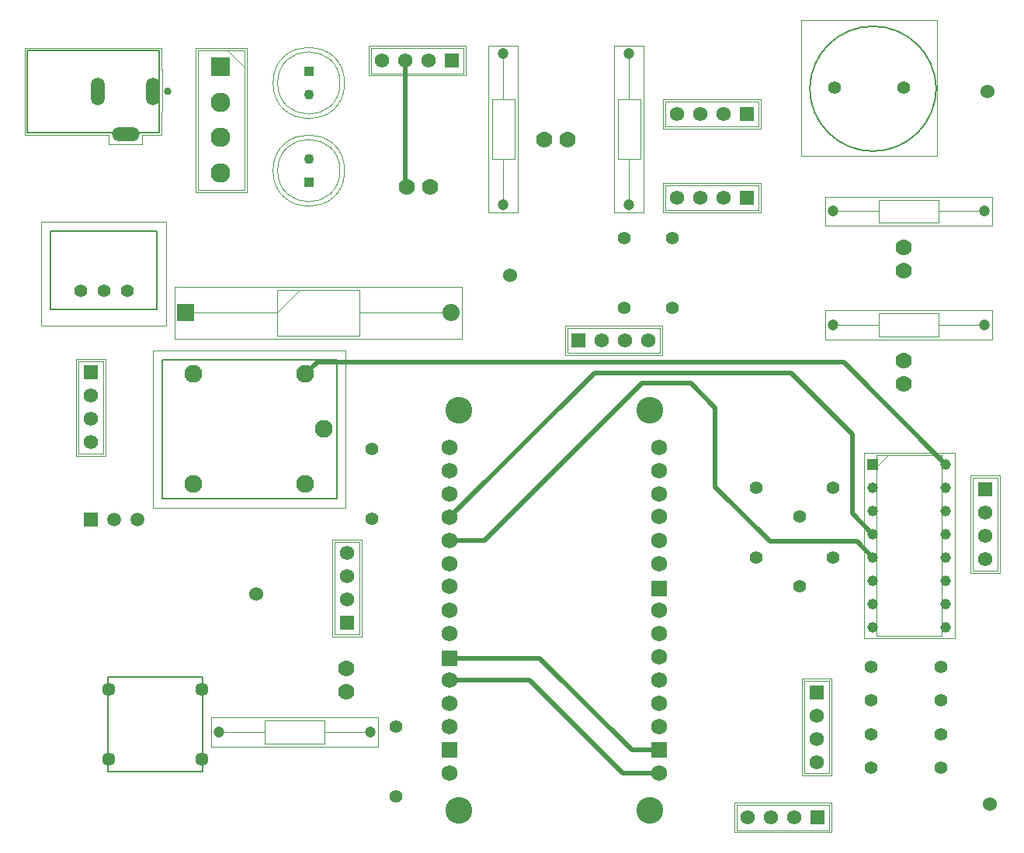
<source format=gtl>
G04*
G04 #@! TF.GenerationSoftware,Altium Limited,Altium Designer,18.0.9 (584)*
G04*
G04 Layer_Physical_Order=1*
G04 Layer_Color=255*
%FSLAX44Y44*%
%MOMM*%
G71*
G01*
G75*
%ADD10C,0.2000*%
%ADD11C,0.1000*%
%ADD12C,0.1270*%
%ADD13C,0.4000*%
%ADD16C,0.0001*%
%ADD17C,0.0500*%
%ADD42C,0.5000*%
%ADD43C,1.2000*%
%ADD44C,1.5240*%
%ADD45R,1.5000X1.5000*%
%ADD46C,1.5000*%
%ADD47R,1.5750X1.5750*%
%ADD48C,1.5750*%
%ADD49R,1.5750X1.5750*%
%ADD50R,1.1600X1.1600*%
%ADD51C,1.1600*%
%ADD52C,2.1300*%
%ADD53R,2.1300X2.1300*%
%ADD54R,1.8750X1.8750*%
%ADD55C,1.8750*%
%ADD56C,1.1000*%
%ADD57R,1.1000X1.1000*%
%ADD58C,1.4170*%
%ADD59C,1.4000*%
%ADD60C,1.4500*%
%ADD61C,1.9500*%
%ADD62C,1.7780*%
%ADD63O,3.0160X1.5080*%
%ADD64O,1.5080X3.0160*%
%ADD65C,2.9210*%
%ADD66C,1.7526*%
%ADD67R,1.7526X1.7526*%
D10*
X1112809Y1189800D02*
G03*
X1250709Y1189800I68950J0D01*
G01*
D02*
G03*
X1112809Y1189800I-68950J-1530D01*
G01*
X284970Y948345D02*
X400970D01*
Y1033345D01*
X284970D02*
X400970D01*
X284970Y948345D02*
Y1033345D01*
X347280Y546800D02*
X450280D01*
Y443800D02*
Y546800D01*
X347280Y443800D02*
X450280D01*
X347280D02*
Y546800D01*
X596730Y741430D02*
Y893430D01*
X406730D02*
X596730D01*
X406730Y741430D02*
Y893430D01*
Y741430D02*
X596730D01*
D11*
X600500Y1195260D02*
G03*
X600500Y1195260I-34000J0D01*
G01*
Y1099570D02*
G03*
X600500Y1099570I-34000J0D01*
G01*
X518730Y473910D02*
X583730D01*
X518730D02*
Y498910D01*
X583730D01*
Y473910D02*
Y498910D01*
Y486410D02*
X633730D01*
X468730D02*
X518730D01*
X315310Y891755D02*
X342710D01*
Y790655D02*
Y891755D01*
X315310Y790655D02*
X342710D01*
X315310D02*
Y891755D01*
X1106540Y542645D02*
X1133940D01*
Y441545D02*
Y542645D01*
X1106540Y441545D02*
X1133940D01*
X1106540D02*
Y542645D01*
X848215Y900700D02*
Y928100D01*
X949315D01*
Y900700D02*
Y928100D01*
X848215Y900700D02*
X949315D01*
X594630Y593340D02*
X622030D01*
X594630D02*
Y694440D01*
X622030D01*
Y593340D02*
Y694440D01*
X735160Y1205845D02*
Y1233245D01*
X634060Y1205845D02*
X735160D01*
X634060D02*
Y1233245D01*
X735160D01*
X1056724Y1147685D02*
Y1175085D01*
X955624Y1147685D02*
X1056724D01*
X955624D02*
Y1175085D01*
X1056724D01*
Y1056245D02*
Y1083645D01*
X955624Y1056245D02*
X1056724D01*
X955624D02*
Y1083645D01*
X1056724D01*
X1290164Y764090D02*
X1317564D01*
Y662990D02*
Y764090D01*
X1290164Y662990D02*
X1317564D01*
X1290164D02*
Y764090D01*
X1133940Y379490D02*
Y406890D01*
X1032840Y379490D02*
X1133940D01*
X1032840D02*
Y406890D01*
X1133940D01*
X1185714Y788665D02*
X1256814D01*
Y591765D02*
Y788665D01*
X1185714Y591765D02*
X1256814D01*
X1185714D02*
Y788665D01*
Y775965D02*
X1198414Y788665D01*
X477430Y1231180D02*
X496680Y1211930D01*
X445880Y1231180D02*
X496680D01*
X445880Y1078780D02*
Y1231180D01*
Y1078780D02*
X496680D01*
Y1231180D01*
X531880Y969450D02*
X621880D01*
Y919400D02*
Y969450D01*
X531880Y919400D02*
X621880D01*
X531880D02*
Y969450D01*
Y944430D02*
X556900Y969450D01*
X431880Y944430D02*
X531880D01*
X621880D02*
X721880D01*
X791090Y1112245D02*
Y1177245D01*
X766090Y1112245D02*
X791090D01*
X766090D02*
Y1177245D01*
X791090D01*
X778590D02*
Y1227245D01*
Y1062245D02*
Y1112245D01*
X903250D02*
Y1177245D01*
X928250D01*
Y1112245D02*
Y1177245D01*
X903250Y1112245D02*
X928250D01*
X915750Y1062245D02*
Y1112245D01*
Y1177245D02*
Y1227245D01*
X1188384Y943796D02*
X1253384D01*
Y918796D02*
Y943796D01*
X1188384Y918796D02*
X1253384D01*
X1188384D02*
Y943796D01*
X1138384Y931296D02*
X1188384D01*
X1253384D02*
X1303384D01*
X1188384Y1067689D02*
X1253384D01*
Y1042689D02*
Y1067689D01*
X1188384Y1042689D02*
X1253384D01*
X1188384D02*
Y1067689D01*
X1138384Y1055189D02*
X1188384D01*
X1253384D02*
X1303384D01*
X1103469Y1115850D02*
X1251369D01*
Y1263750D01*
X1103469D02*
X1251369D01*
X1103469Y1115850D02*
Y1263750D01*
X274970Y930345D02*
X410970D01*
Y1043345D01*
X274970D02*
X410970D01*
X274970Y930345D02*
Y1043345D01*
X606730Y731430D02*
Y903430D01*
X396730D02*
X606730D01*
X396730Y731430D02*
Y903430D01*
Y731430D02*
X606730D01*
D12*
X259550Y1141180D02*
Y1231180D01*
X403550Y1141180D02*
Y1231180D01*
X259550D02*
X403550D01*
X259550Y1141180D02*
X403550D01*
X259550D02*
Y1231180D01*
X403550Y1141180D02*
Y1231180D01*
X259550D02*
X403550D01*
X259550Y1141180D02*
X403550D01*
X259550D02*
Y1231180D01*
X403550D01*
X385050Y1141180D02*
X403550D01*
Y1201680D02*
Y1231180D01*
X259550Y1141180D02*
X349050D01*
X403550D02*
Y1171680D01*
D13*
X414550Y1186180D02*
G03*
X414550Y1186180I-2000J0D01*
G01*
D16*
X358550Y1144180D02*
X374550D01*
X358550Y1134180D02*
Y1144180D01*
Y1134180D02*
X374550D01*
Y1144180D01*
X331550Y1178180D02*
Y1194180D01*
Y1178180D02*
X341550D01*
Y1194180D01*
X331550D02*
X341550D01*
X391550Y1178180D02*
Y1194180D01*
Y1178180D02*
X401550D01*
Y1194180D01*
X391550D02*
X401550D01*
D17*
X605500Y1195260D02*
G03*
X605500Y1195260I-39000J0D01*
G01*
Y1099570D02*
G03*
X605500Y1099570I-39000J0D01*
G01*
X460230Y470410D02*
X642230D01*
X460230D02*
Y502410D01*
X642230D01*
Y470410D02*
Y502410D01*
X312810Y894255D02*
X345210D01*
Y788155D02*
Y894255D01*
X312810Y788155D02*
X345210D01*
X312810D02*
Y894255D01*
X1104040Y545145D02*
X1136440D01*
Y439045D02*
Y545145D01*
X1104040Y439045D02*
X1136440D01*
X1104040D02*
Y545145D01*
X845715Y898200D02*
Y930600D01*
X951815D01*
Y898200D02*
Y930600D01*
X845715Y898200D02*
X951815D01*
X592130Y590840D02*
X624530D01*
X592130D02*
Y696940D01*
X624530D01*
Y590840D02*
Y696940D01*
X737660Y1203345D02*
Y1235745D01*
X631560Y1203345D02*
X737660D01*
X631560D02*
Y1235745D01*
X737660D01*
X1059224Y1145185D02*
Y1177585D01*
X953124Y1145185D02*
X1059224D01*
X953124D02*
Y1177585D01*
X1059224D01*
Y1053745D02*
Y1086145D01*
X953124Y1053745D02*
X1059224D01*
X953124D02*
Y1086145D01*
X1059224D01*
X1287664Y766590D02*
X1320064D01*
Y660490D02*
Y766590D01*
X1287664Y660490D02*
X1320064D01*
X1287664D02*
Y766590D01*
X1136440Y376990D02*
Y409390D01*
X1030340Y376990D02*
X1136440D01*
X1030340D02*
Y409390D01*
X1136440D01*
X1171664Y791165D02*
X1270864D01*
Y589265D02*
Y791165D01*
X1171664Y589265D02*
X1270864D01*
X1171664D02*
Y791165D01*
X443380Y1233680D02*
X499180D01*
X443380Y1076280D02*
Y1233680D01*
Y1076280D02*
X499180D01*
Y1233680D01*
X420000Y972950D02*
X733750D01*
Y915900D02*
Y972950D01*
X420000Y915900D02*
X733750D01*
X420000D02*
Y972950D01*
X794590Y1053745D02*
Y1235745D01*
X762590Y1053745D02*
X794590D01*
X762590D02*
Y1235745D01*
X794590D01*
X899750Y1053745D02*
Y1235745D01*
X931750D01*
Y1053745D02*
Y1235745D01*
X899750Y1053745D02*
X931750D01*
X1129884Y947296D02*
X1311884D01*
Y915296D02*
Y947296D01*
X1129884Y915296D02*
X1311884D01*
X1129884D02*
Y947296D01*
Y1071189D02*
X1311884D01*
Y1039189D02*
Y1071189D01*
X1129884Y1039189D02*
X1311884D01*
X1129884D02*
Y1071189D01*
X406050Y1209680D02*
X407050D01*
Y1163680D02*
Y1209680D01*
X406050Y1163680D02*
X407050D01*
X406050Y1138680D02*
Y1163680D01*
Y1209680D02*
Y1233680D01*
X256550D02*
X406050D01*
X256550Y1138680D02*
Y1233680D01*
Y1138680D02*
X348050D01*
Y1128180D02*
Y1138680D01*
Y1128180D02*
X385050D01*
Y1138680D01*
X406050D01*
D42*
X562730Y877430D02*
X575570Y890270D01*
X1149809D01*
X1260964Y779115D01*
X720170Y720910D02*
X878100Y878840D01*
X1092200D01*
X1159510Y811530D01*
Y724969D02*
Y811530D01*
Y724969D02*
X1181564Y702915D01*
X1164389Y694690D02*
X1181564Y677515D01*
X1069340Y694690D02*
X1164389D01*
X1009650Y754380D02*
X1069340Y694690D01*
X1009650Y754380D02*
Y840740D01*
X982980Y867410D02*
X1009650Y840740D01*
X929640Y867410D02*
X982980D01*
X757740Y695510D02*
X929640Y867410D01*
X720170Y695510D02*
X757740D01*
X671910Y1082860D02*
X673180Y1081590D01*
X671910Y1082860D02*
Y1219545D01*
X918660Y466910D02*
X948770D01*
X818330Y567240D02*
X918660Y466910D01*
X720170Y567240D02*
X818330D01*
X908500Y441510D02*
X948770D01*
X806900Y543110D02*
X908500Y441510D01*
X720170Y543110D02*
X806900D01*
D43*
X633730Y486410D02*
D03*
X468730D02*
D03*
X778590Y1227245D02*
D03*
Y1062245D02*
D03*
X915750D02*
D03*
Y1227245D02*
D03*
X1138384Y931296D02*
D03*
X1303384D02*
D03*
X1138384Y1055189D02*
D03*
X1303384D02*
D03*
D44*
X509270Y637540D02*
D03*
X1309370Y407670D02*
D03*
X786130Y985520D02*
D03*
X1306830Y1186180D02*
D03*
D45*
X328635Y718820D02*
D03*
D46*
X354035D02*
D03*
X379435D02*
D03*
D47*
X329010Y879305D02*
D03*
X1120240Y530195D02*
D03*
X608330Y605790D02*
D03*
X1303864Y751640D02*
D03*
D48*
X329010Y853905D02*
D03*
Y828505D02*
D03*
Y803105D02*
D03*
X1120240Y504795D02*
D03*
Y479395D02*
D03*
Y453995D02*
D03*
X886065Y914400D02*
D03*
X911465D02*
D03*
X936865D02*
D03*
X608330Y631190D02*
D03*
Y656590D02*
D03*
Y681990D02*
D03*
X697310Y1219545D02*
D03*
X671910D02*
D03*
X646510D02*
D03*
X1018874Y1161385D02*
D03*
X993474D02*
D03*
X968074D02*
D03*
X1018874Y1069945D02*
D03*
X993474D02*
D03*
X968074D02*
D03*
X1303864Y726240D02*
D03*
Y700840D02*
D03*
Y675440D02*
D03*
X1096090Y393190D02*
D03*
X1070690D02*
D03*
X1045290D02*
D03*
D49*
X860665Y914400D02*
D03*
X722710Y1219545D02*
D03*
X1044274Y1161385D02*
D03*
Y1069945D02*
D03*
X1121490Y393190D02*
D03*
D50*
X1181564Y779115D02*
D03*
D51*
Y753715D02*
D03*
Y728315D02*
D03*
Y702915D02*
D03*
Y677515D02*
D03*
Y652115D02*
D03*
Y626715D02*
D03*
Y601315D02*
D03*
X1260964D02*
D03*
Y626715D02*
D03*
Y652115D02*
D03*
Y677515D02*
D03*
Y702915D02*
D03*
Y728315D02*
D03*
Y753715D02*
D03*
Y779115D02*
D03*
D52*
X469980Y1097230D02*
D03*
Y1135730D02*
D03*
Y1174230D02*
D03*
D53*
Y1212730D02*
D03*
D54*
X431880Y944430D02*
D03*
D55*
X721880D02*
D03*
D56*
X566500Y1182760D02*
D03*
Y1112070D02*
D03*
D57*
Y1207760D02*
D03*
Y1087070D02*
D03*
D58*
X1139469Y1189800D02*
D03*
X1215369D02*
D03*
D59*
X317570Y968345D02*
D03*
X342970D02*
D03*
X368370D02*
D03*
X1255630Y558135D02*
D03*
X1179430D02*
D03*
X910590Y949960D02*
D03*
Y1026160D02*
D03*
X1255630Y447645D02*
D03*
X1179430D02*
D03*
X1138254Y677515D02*
D03*
Y753715D02*
D03*
X635000Y719147D02*
D03*
Y795347D02*
D03*
X661670Y492760D02*
D03*
Y416560D02*
D03*
X1101424Y721965D02*
D03*
Y645765D02*
D03*
X1179430Y521305D02*
D03*
X1255630D02*
D03*
Y484475D02*
D03*
X1179430D02*
D03*
X962660Y949960D02*
D03*
Y1026160D02*
D03*
X1054154Y753715D02*
D03*
Y677515D02*
D03*
D60*
X449580Y533400D02*
D03*
X347980D02*
D03*
X449580Y457200D02*
D03*
X347980D02*
D03*
D61*
X582730Y817430D02*
D03*
X562730Y757430D02*
D03*
X440730D02*
D03*
Y877430D02*
D03*
X562730D02*
D03*
D62*
X698580Y1081590D02*
D03*
X673180D02*
D03*
X848440Y1133760D02*
D03*
X823040D02*
D03*
X607315Y556260D02*
D03*
Y530860D02*
D03*
X1215369Y990400D02*
D03*
Y1015800D02*
D03*
Y866507D02*
D03*
Y891908D02*
D03*
D63*
X366550Y1139180D02*
D03*
D64*
X336550Y1186180D02*
D03*
X396550D02*
D03*
D65*
X938610Y837750D02*
D03*
X730330D02*
D03*
X938610Y400870D02*
D03*
X730330D02*
D03*
D66*
X720170Y441510D02*
D03*
Y543110D02*
D03*
Y517710D02*
D03*
Y492310D02*
D03*
Y593910D02*
D03*
Y619310D02*
D03*
Y645980D02*
D03*
Y797110D02*
D03*
Y771710D02*
D03*
Y746310D02*
D03*
Y720910D02*
D03*
Y695510D02*
D03*
Y670110D02*
D03*
X948770Y441510D02*
D03*
Y543110D02*
D03*
Y517710D02*
D03*
Y492310D02*
D03*
Y568510D02*
D03*
Y593910D02*
D03*
Y619310D02*
D03*
Y797110D02*
D03*
Y771710D02*
D03*
Y746310D02*
D03*
Y722180D02*
D03*
Y695510D02*
D03*
Y670110D02*
D03*
D67*
X720170Y466910D02*
D03*
Y567240D02*
D03*
X948770Y466910D02*
D03*
Y643440D02*
D03*
M02*

</source>
